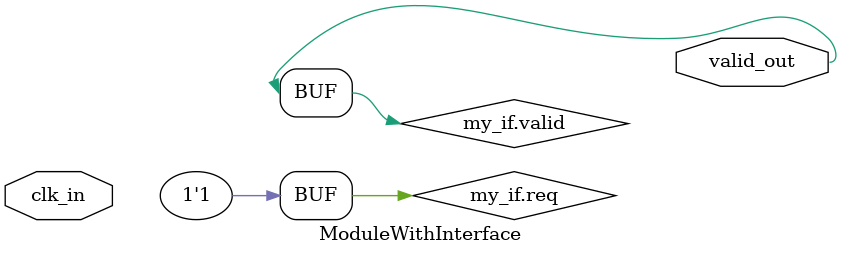
<source format=sv>
interface MyInterface (
    input logic clk
);
    logic req;
    logic valid;
    modport master (output req, input valid, input clk);
    modport slave (input req, output valid, input clk);
endinterface
module ModuleWithInterface (
    input logic clk_in,
    output logic valid_out
);
    MyInterface my_if (clk_in);
    assign my_if.req = 1'b1;
    assign valid_out = my_if.valid;
endmodule


</source>
